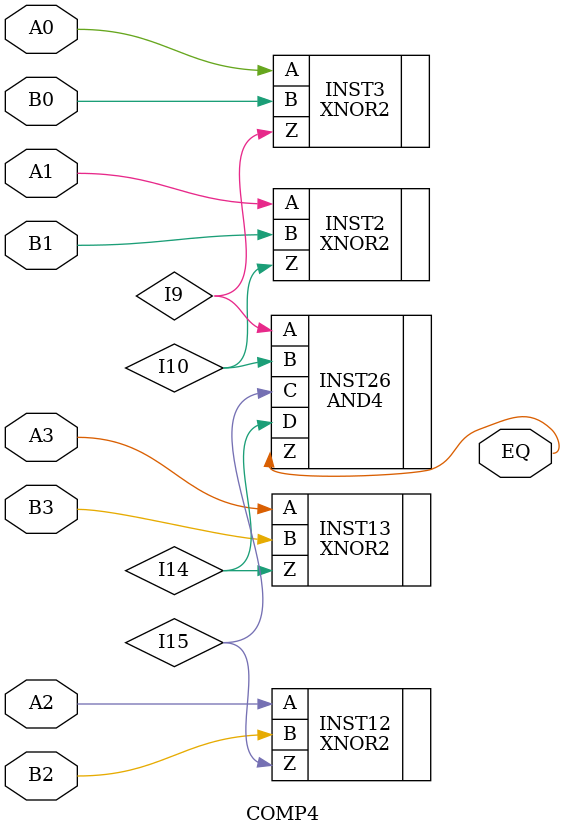
<source format=v>
`resetall
`timescale 1 ns / 100 ps

/* Created by DB2VERILOG Version 1.0.1.1 on Fri May 13 16:31:57 1994 */
/* module compiled from "lsl2db 3.6.4" run */

`celldefine
module COMP4 (A0, A1, A2, A3, B0, B1, B2, B3, EQ);
input  A0, A1, A2, A3, B0, B1, B2, B3;
output EQ;
XNOR2 INST12 (.A(A2), .B(B2), .Z(I15));
XNOR2 INST13 (.A(A3), .B(B3), .Z(I14));
XNOR2 INST2 (.A(A1), .B(B1), .Z(I10));
AND4 INST26 (.A(I9), .B(I10), .C(I15), .D(I14), .Z(EQ));
XNOR2 INST3 (.A(A0), .B(B0), .Z(I9));

endmodule
`endcelldefine

</source>
